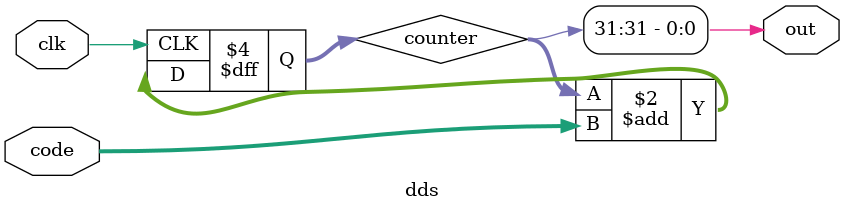
<source format=v>
module dds
#(parameter WIDTH = 32, OUT_WIDTH = 1)
(
    input wire clk,
    input wire [WIDTH - 1:0] code,
    output wire [OUT_WIDTH - 1:0] out
);
    reg [WIDTH - 1:0] counter = 0;

    assign out = counter[WIDTH - 1: WIDTH - OUT_WIDTH];
    
    always @(posedge clk) begin
        counter <= counter + code;
    end
endmodule

</source>
